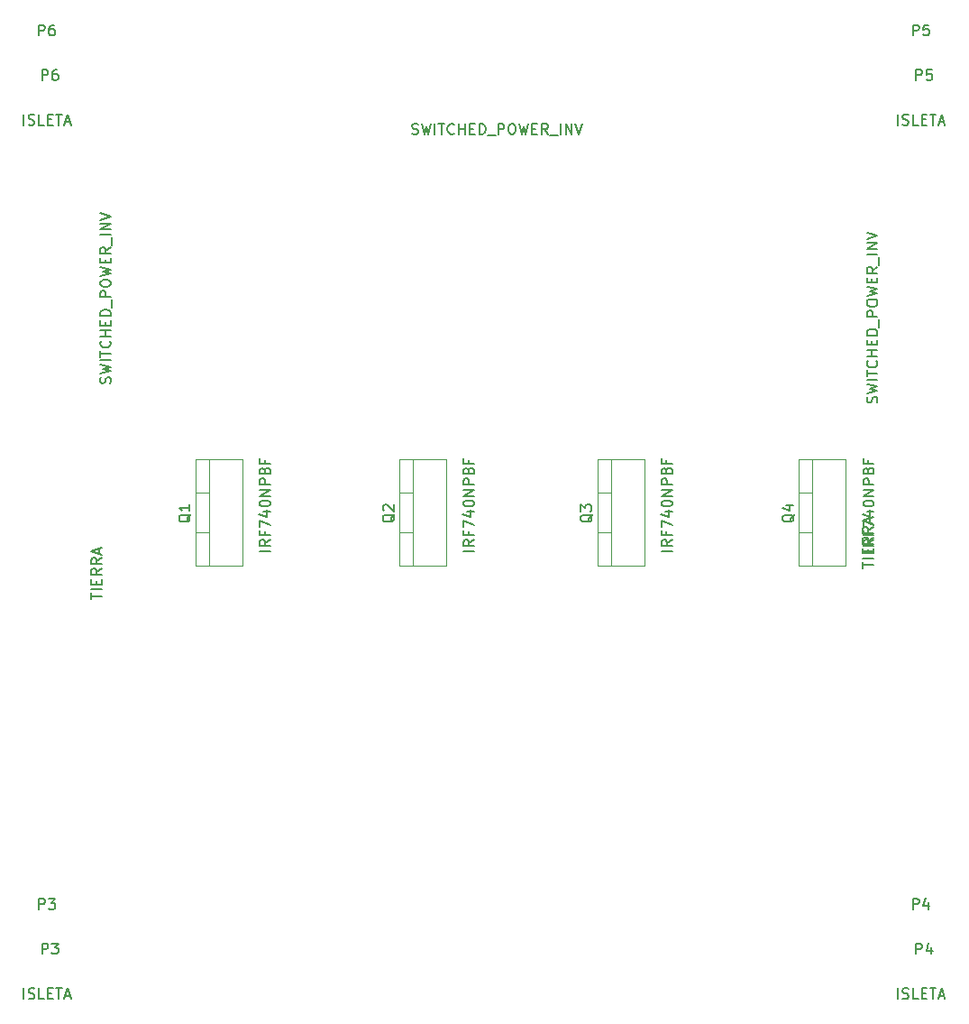
<source format=gbr>
G04 #@! TF.FileFunction,Other,Fab,Top*
%FSLAX46Y46*%
G04 Gerber Fmt 4.6, Leading zero omitted, Abs format (unit mm)*
G04 Created by KiCad (PCBNEW 4.0.2-stable) date 10/05/17 15:38:04*
%MOMM*%
G01*
G04 APERTURE LIST*
%ADD10C,0.100000*%
%ADD11C,0.150000*%
G04 APERTURE END LIST*
D10*
X101466980Y-100484760D02*
X105866980Y-100484760D01*
X105866980Y-100484760D02*
X105866980Y-90484760D01*
X105866980Y-90484760D02*
X101466980Y-90484760D01*
X101466980Y-90484760D02*
X101466980Y-100484760D01*
X102736980Y-100484760D02*
X102736980Y-90484760D01*
X101466980Y-97334760D02*
X102736980Y-97334760D01*
X101466980Y-93634760D02*
X102736980Y-93634760D01*
X120616980Y-100484760D02*
X125016980Y-100484760D01*
X125016980Y-100484760D02*
X125016980Y-90484760D01*
X125016980Y-90484760D02*
X120616980Y-90484760D01*
X120616980Y-90484760D02*
X120616980Y-100484760D01*
X121886980Y-100484760D02*
X121886980Y-90484760D01*
X120616980Y-97334760D02*
X121886980Y-97334760D01*
X120616980Y-93634760D02*
X121886980Y-93634760D01*
X139216980Y-100484760D02*
X143616980Y-100484760D01*
X143616980Y-100484760D02*
X143616980Y-90484760D01*
X143616980Y-90484760D02*
X139216980Y-90484760D01*
X139216980Y-90484760D02*
X139216980Y-100484760D01*
X140486980Y-100484760D02*
X140486980Y-90484760D01*
X139216980Y-97334760D02*
X140486980Y-97334760D01*
X139216980Y-93634760D02*
X140486980Y-93634760D01*
X158166980Y-100484760D02*
X162566980Y-100484760D01*
X162566980Y-100484760D02*
X162566980Y-90484760D01*
X162566980Y-90484760D02*
X158166980Y-90484760D01*
X158166980Y-90484760D02*
X158166980Y-100484760D01*
X159436980Y-100484760D02*
X159436980Y-90484760D01*
X158166980Y-97334760D02*
X159436980Y-97334760D01*
X158166980Y-93634760D02*
X159436980Y-93634760D01*
D11*
X86761905Y-132752381D02*
X86761905Y-131752381D01*
X87142858Y-131752381D01*
X87238096Y-131800000D01*
X87285715Y-131847619D01*
X87333334Y-131942857D01*
X87333334Y-132085714D01*
X87285715Y-132180952D01*
X87238096Y-132228571D01*
X87142858Y-132276190D01*
X86761905Y-132276190D01*
X87666667Y-131752381D02*
X88285715Y-131752381D01*
X87952381Y-132133333D01*
X88095239Y-132133333D01*
X88190477Y-132180952D01*
X88238096Y-132228571D01*
X88285715Y-132323810D01*
X88285715Y-132561905D01*
X88238096Y-132657143D01*
X88190477Y-132704762D01*
X88095239Y-132752381D01*
X87809524Y-132752381D01*
X87714286Y-132704762D01*
X87666667Y-132657143D01*
X85357143Y-141152381D02*
X85357143Y-140152381D01*
X85785714Y-141104762D02*
X85928571Y-141152381D01*
X86166667Y-141152381D01*
X86261905Y-141104762D01*
X86309524Y-141057143D01*
X86357143Y-140961905D01*
X86357143Y-140866667D01*
X86309524Y-140771429D01*
X86261905Y-140723810D01*
X86166667Y-140676190D01*
X85976190Y-140628571D01*
X85880952Y-140580952D01*
X85833333Y-140533333D01*
X85785714Y-140438095D01*
X85785714Y-140342857D01*
X85833333Y-140247619D01*
X85880952Y-140200000D01*
X85976190Y-140152381D01*
X86214286Y-140152381D01*
X86357143Y-140200000D01*
X87261905Y-141152381D02*
X86785714Y-141152381D01*
X86785714Y-140152381D01*
X87595238Y-140628571D02*
X87928572Y-140628571D01*
X88071429Y-141152381D02*
X87595238Y-141152381D01*
X87595238Y-140152381D01*
X88071429Y-140152381D01*
X88357143Y-140152381D02*
X88928572Y-140152381D01*
X88642857Y-141152381D02*
X88642857Y-140152381D01*
X89214286Y-140866667D02*
X89690477Y-140866667D01*
X89119048Y-141152381D02*
X89452381Y-140152381D01*
X89785715Y-141152381D01*
X87061905Y-136952381D02*
X87061905Y-135952381D01*
X87442858Y-135952381D01*
X87538096Y-136000000D01*
X87585715Y-136047619D01*
X87633334Y-136142857D01*
X87633334Y-136285714D01*
X87585715Y-136380952D01*
X87538096Y-136428571D01*
X87442858Y-136476190D01*
X87061905Y-136476190D01*
X87966667Y-135952381D02*
X88585715Y-135952381D01*
X88252381Y-136333333D01*
X88395239Y-136333333D01*
X88490477Y-136380952D01*
X88538096Y-136428571D01*
X88585715Y-136523810D01*
X88585715Y-136761905D01*
X88538096Y-136857143D01*
X88490477Y-136904762D01*
X88395239Y-136952381D01*
X88109524Y-136952381D01*
X88014286Y-136904762D01*
X87966667Y-136857143D01*
X168861905Y-132752381D02*
X168861905Y-131752381D01*
X169242858Y-131752381D01*
X169338096Y-131800000D01*
X169385715Y-131847619D01*
X169433334Y-131942857D01*
X169433334Y-132085714D01*
X169385715Y-132180952D01*
X169338096Y-132228571D01*
X169242858Y-132276190D01*
X168861905Y-132276190D01*
X170290477Y-132085714D02*
X170290477Y-132752381D01*
X170052381Y-131704762D02*
X169814286Y-132419048D01*
X170433334Y-132419048D01*
X167457143Y-141152381D02*
X167457143Y-140152381D01*
X167885714Y-141104762D02*
X168028571Y-141152381D01*
X168266667Y-141152381D01*
X168361905Y-141104762D01*
X168409524Y-141057143D01*
X168457143Y-140961905D01*
X168457143Y-140866667D01*
X168409524Y-140771429D01*
X168361905Y-140723810D01*
X168266667Y-140676190D01*
X168076190Y-140628571D01*
X167980952Y-140580952D01*
X167933333Y-140533333D01*
X167885714Y-140438095D01*
X167885714Y-140342857D01*
X167933333Y-140247619D01*
X167980952Y-140200000D01*
X168076190Y-140152381D01*
X168314286Y-140152381D01*
X168457143Y-140200000D01*
X169361905Y-141152381D02*
X168885714Y-141152381D01*
X168885714Y-140152381D01*
X169695238Y-140628571D02*
X170028572Y-140628571D01*
X170171429Y-141152381D02*
X169695238Y-141152381D01*
X169695238Y-140152381D01*
X170171429Y-140152381D01*
X170457143Y-140152381D02*
X171028572Y-140152381D01*
X170742857Y-141152381D02*
X170742857Y-140152381D01*
X171314286Y-140866667D02*
X171790477Y-140866667D01*
X171219048Y-141152381D02*
X171552381Y-140152381D01*
X171885715Y-141152381D01*
X169161905Y-136952381D02*
X169161905Y-135952381D01*
X169542858Y-135952381D01*
X169638096Y-136000000D01*
X169685715Y-136047619D01*
X169733334Y-136142857D01*
X169733334Y-136285714D01*
X169685715Y-136380952D01*
X169638096Y-136428571D01*
X169542858Y-136476190D01*
X169161905Y-136476190D01*
X170590477Y-136285714D02*
X170590477Y-136952381D01*
X170352381Y-135904762D02*
X170114286Y-136619048D01*
X170733334Y-136619048D01*
X168861905Y-50752381D02*
X168861905Y-49752381D01*
X169242858Y-49752381D01*
X169338096Y-49800000D01*
X169385715Y-49847619D01*
X169433334Y-49942857D01*
X169433334Y-50085714D01*
X169385715Y-50180952D01*
X169338096Y-50228571D01*
X169242858Y-50276190D01*
X168861905Y-50276190D01*
X170338096Y-49752381D02*
X169861905Y-49752381D01*
X169814286Y-50228571D01*
X169861905Y-50180952D01*
X169957143Y-50133333D01*
X170195239Y-50133333D01*
X170290477Y-50180952D01*
X170338096Y-50228571D01*
X170385715Y-50323810D01*
X170385715Y-50561905D01*
X170338096Y-50657143D01*
X170290477Y-50704762D01*
X170195239Y-50752381D01*
X169957143Y-50752381D01*
X169861905Y-50704762D01*
X169814286Y-50657143D01*
X167457143Y-59152381D02*
X167457143Y-58152381D01*
X167885714Y-59104762D02*
X168028571Y-59152381D01*
X168266667Y-59152381D01*
X168361905Y-59104762D01*
X168409524Y-59057143D01*
X168457143Y-58961905D01*
X168457143Y-58866667D01*
X168409524Y-58771429D01*
X168361905Y-58723810D01*
X168266667Y-58676190D01*
X168076190Y-58628571D01*
X167980952Y-58580952D01*
X167933333Y-58533333D01*
X167885714Y-58438095D01*
X167885714Y-58342857D01*
X167933333Y-58247619D01*
X167980952Y-58200000D01*
X168076190Y-58152381D01*
X168314286Y-58152381D01*
X168457143Y-58200000D01*
X169361905Y-59152381D02*
X168885714Y-59152381D01*
X168885714Y-58152381D01*
X169695238Y-58628571D02*
X170028572Y-58628571D01*
X170171429Y-59152381D02*
X169695238Y-59152381D01*
X169695238Y-58152381D01*
X170171429Y-58152381D01*
X170457143Y-58152381D02*
X171028572Y-58152381D01*
X170742857Y-59152381D02*
X170742857Y-58152381D01*
X171314286Y-58866667D02*
X171790477Y-58866667D01*
X171219048Y-59152381D02*
X171552381Y-58152381D01*
X171885715Y-59152381D01*
X169161905Y-54952381D02*
X169161905Y-53952381D01*
X169542858Y-53952381D01*
X169638096Y-54000000D01*
X169685715Y-54047619D01*
X169733334Y-54142857D01*
X169733334Y-54285714D01*
X169685715Y-54380952D01*
X169638096Y-54428571D01*
X169542858Y-54476190D01*
X169161905Y-54476190D01*
X170638096Y-53952381D02*
X170161905Y-53952381D01*
X170114286Y-54428571D01*
X170161905Y-54380952D01*
X170257143Y-54333333D01*
X170495239Y-54333333D01*
X170590477Y-54380952D01*
X170638096Y-54428571D01*
X170685715Y-54523810D01*
X170685715Y-54761905D01*
X170638096Y-54857143D01*
X170590477Y-54904762D01*
X170495239Y-54952381D01*
X170257143Y-54952381D01*
X170161905Y-54904762D01*
X170114286Y-54857143D01*
X86761905Y-50752381D02*
X86761905Y-49752381D01*
X87142858Y-49752381D01*
X87238096Y-49800000D01*
X87285715Y-49847619D01*
X87333334Y-49942857D01*
X87333334Y-50085714D01*
X87285715Y-50180952D01*
X87238096Y-50228571D01*
X87142858Y-50276190D01*
X86761905Y-50276190D01*
X88190477Y-49752381D02*
X88000000Y-49752381D01*
X87904762Y-49800000D01*
X87857143Y-49847619D01*
X87761905Y-49990476D01*
X87714286Y-50180952D01*
X87714286Y-50561905D01*
X87761905Y-50657143D01*
X87809524Y-50704762D01*
X87904762Y-50752381D01*
X88095239Y-50752381D01*
X88190477Y-50704762D01*
X88238096Y-50657143D01*
X88285715Y-50561905D01*
X88285715Y-50323810D01*
X88238096Y-50228571D01*
X88190477Y-50180952D01*
X88095239Y-50133333D01*
X87904762Y-50133333D01*
X87809524Y-50180952D01*
X87761905Y-50228571D01*
X87714286Y-50323810D01*
X85357143Y-59152381D02*
X85357143Y-58152381D01*
X85785714Y-59104762D02*
X85928571Y-59152381D01*
X86166667Y-59152381D01*
X86261905Y-59104762D01*
X86309524Y-59057143D01*
X86357143Y-58961905D01*
X86357143Y-58866667D01*
X86309524Y-58771429D01*
X86261905Y-58723810D01*
X86166667Y-58676190D01*
X85976190Y-58628571D01*
X85880952Y-58580952D01*
X85833333Y-58533333D01*
X85785714Y-58438095D01*
X85785714Y-58342857D01*
X85833333Y-58247619D01*
X85880952Y-58200000D01*
X85976190Y-58152381D01*
X86214286Y-58152381D01*
X86357143Y-58200000D01*
X87261905Y-59152381D02*
X86785714Y-59152381D01*
X86785714Y-58152381D01*
X87595238Y-58628571D02*
X87928572Y-58628571D01*
X88071429Y-59152381D02*
X87595238Y-59152381D01*
X87595238Y-58152381D01*
X88071429Y-58152381D01*
X88357143Y-58152381D02*
X88928572Y-58152381D01*
X88642857Y-59152381D02*
X88642857Y-58152381D01*
X89214286Y-58866667D02*
X89690477Y-58866667D01*
X89119048Y-59152381D02*
X89452381Y-58152381D01*
X89785715Y-59152381D01*
X87061905Y-54952381D02*
X87061905Y-53952381D01*
X87442858Y-53952381D01*
X87538096Y-54000000D01*
X87585715Y-54047619D01*
X87633334Y-54142857D01*
X87633334Y-54285714D01*
X87585715Y-54380952D01*
X87538096Y-54428571D01*
X87442858Y-54476190D01*
X87061905Y-54476190D01*
X88490477Y-53952381D02*
X88300000Y-53952381D01*
X88204762Y-54000000D01*
X88157143Y-54047619D01*
X88061905Y-54190476D01*
X88014286Y-54380952D01*
X88014286Y-54761905D01*
X88061905Y-54857143D01*
X88109524Y-54904762D01*
X88204762Y-54952381D01*
X88395239Y-54952381D01*
X88490477Y-54904762D01*
X88538096Y-54857143D01*
X88585715Y-54761905D01*
X88585715Y-54523810D01*
X88538096Y-54428571D01*
X88490477Y-54380952D01*
X88395239Y-54333333D01*
X88204762Y-54333333D01*
X88109524Y-54380952D01*
X88061905Y-54428571D01*
X88014286Y-54523810D01*
X164132381Y-100724762D02*
X164132381Y-100153333D01*
X165132381Y-100439048D02*
X164132381Y-100439048D01*
X165132381Y-99820000D02*
X164132381Y-99820000D01*
X164608571Y-99343810D02*
X164608571Y-99010476D01*
X165132381Y-98867619D02*
X165132381Y-99343810D01*
X164132381Y-99343810D01*
X164132381Y-98867619D01*
X165132381Y-97867619D02*
X164656190Y-98200953D01*
X165132381Y-98439048D02*
X164132381Y-98439048D01*
X164132381Y-98058095D01*
X164180000Y-97962857D01*
X164227619Y-97915238D01*
X164322857Y-97867619D01*
X164465714Y-97867619D01*
X164560952Y-97915238D01*
X164608571Y-97962857D01*
X164656190Y-98058095D01*
X164656190Y-98439048D01*
X165132381Y-96867619D02*
X164656190Y-97200953D01*
X165132381Y-97439048D02*
X164132381Y-97439048D01*
X164132381Y-97058095D01*
X164180000Y-96962857D01*
X164227619Y-96915238D01*
X164322857Y-96867619D01*
X164465714Y-96867619D01*
X164560952Y-96915238D01*
X164608571Y-96962857D01*
X164656190Y-97058095D01*
X164656190Y-97439048D01*
X164846667Y-96486667D02*
X164846667Y-96010476D01*
X165132381Y-96581905D02*
X164132381Y-96248572D01*
X165132381Y-95915238D01*
X121817619Y-59974762D02*
X121960476Y-60022381D01*
X122198572Y-60022381D01*
X122293810Y-59974762D01*
X122341429Y-59927143D01*
X122389048Y-59831905D01*
X122389048Y-59736667D01*
X122341429Y-59641429D01*
X122293810Y-59593810D01*
X122198572Y-59546190D01*
X122008095Y-59498571D01*
X121912857Y-59450952D01*
X121865238Y-59403333D01*
X121817619Y-59308095D01*
X121817619Y-59212857D01*
X121865238Y-59117619D01*
X121912857Y-59070000D01*
X122008095Y-59022381D01*
X122246191Y-59022381D01*
X122389048Y-59070000D01*
X122722381Y-59022381D02*
X122960476Y-60022381D01*
X123150953Y-59308095D01*
X123341429Y-60022381D01*
X123579524Y-59022381D01*
X123960476Y-60022381D02*
X123960476Y-59022381D01*
X124293809Y-59022381D02*
X124865238Y-59022381D01*
X124579523Y-60022381D02*
X124579523Y-59022381D01*
X125770000Y-59927143D02*
X125722381Y-59974762D01*
X125579524Y-60022381D01*
X125484286Y-60022381D01*
X125341428Y-59974762D01*
X125246190Y-59879524D01*
X125198571Y-59784286D01*
X125150952Y-59593810D01*
X125150952Y-59450952D01*
X125198571Y-59260476D01*
X125246190Y-59165238D01*
X125341428Y-59070000D01*
X125484286Y-59022381D01*
X125579524Y-59022381D01*
X125722381Y-59070000D01*
X125770000Y-59117619D01*
X126198571Y-60022381D02*
X126198571Y-59022381D01*
X126198571Y-59498571D02*
X126770000Y-59498571D01*
X126770000Y-60022381D02*
X126770000Y-59022381D01*
X127246190Y-59498571D02*
X127579524Y-59498571D01*
X127722381Y-60022381D02*
X127246190Y-60022381D01*
X127246190Y-59022381D01*
X127722381Y-59022381D01*
X128150952Y-60022381D02*
X128150952Y-59022381D01*
X128389047Y-59022381D01*
X128531905Y-59070000D01*
X128627143Y-59165238D01*
X128674762Y-59260476D01*
X128722381Y-59450952D01*
X128722381Y-59593810D01*
X128674762Y-59784286D01*
X128627143Y-59879524D01*
X128531905Y-59974762D01*
X128389047Y-60022381D01*
X128150952Y-60022381D01*
X128912857Y-60117619D02*
X129674762Y-60117619D01*
X129912857Y-60022381D02*
X129912857Y-59022381D01*
X130293810Y-59022381D01*
X130389048Y-59070000D01*
X130436667Y-59117619D01*
X130484286Y-59212857D01*
X130484286Y-59355714D01*
X130436667Y-59450952D01*
X130389048Y-59498571D01*
X130293810Y-59546190D01*
X129912857Y-59546190D01*
X131103333Y-59022381D02*
X131293810Y-59022381D01*
X131389048Y-59070000D01*
X131484286Y-59165238D01*
X131531905Y-59355714D01*
X131531905Y-59689048D01*
X131484286Y-59879524D01*
X131389048Y-59974762D01*
X131293810Y-60022381D01*
X131103333Y-60022381D01*
X131008095Y-59974762D01*
X130912857Y-59879524D01*
X130865238Y-59689048D01*
X130865238Y-59355714D01*
X130912857Y-59165238D01*
X131008095Y-59070000D01*
X131103333Y-59022381D01*
X131865238Y-59022381D02*
X132103333Y-60022381D01*
X132293810Y-59308095D01*
X132484286Y-60022381D01*
X132722381Y-59022381D01*
X133103333Y-59498571D02*
X133436667Y-59498571D01*
X133579524Y-60022381D02*
X133103333Y-60022381D01*
X133103333Y-59022381D01*
X133579524Y-59022381D01*
X134579524Y-60022381D02*
X134246190Y-59546190D01*
X134008095Y-60022381D02*
X134008095Y-59022381D01*
X134389048Y-59022381D01*
X134484286Y-59070000D01*
X134531905Y-59117619D01*
X134579524Y-59212857D01*
X134579524Y-59355714D01*
X134531905Y-59450952D01*
X134484286Y-59498571D01*
X134389048Y-59546190D01*
X134008095Y-59546190D01*
X134770000Y-60117619D02*
X135531905Y-60117619D01*
X135770000Y-60022381D02*
X135770000Y-59022381D01*
X136246190Y-60022381D02*
X136246190Y-59022381D01*
X136817619Y-60022381D01*
X136817619Y-59022381D01*
X137150952Y-59022381D02*
X137484285Y-60022381D01*
X137817619Y-59022381D01*
X165484762Y-85222381D02*
X165532381Y-85079524D01*
X165532381Y-84841428D01*
X165484762Y-84746190D01*
X165437143Y-84698571D01*
X165341905Y-84650952D01*
X165246667Y-84650952D01*
X165151429Y-84698571D01*
X165103810Y-84746190D01*
X165056190Y-84841428D01*
X165008571Y-85031905D01*
X164960952Y-85127143D01*
X164913333Y-85174762D01*
X164818095Y-85222381D01*
X164722857Y-85222381D01*
X164627619Y-85174762D01*
X164580000Y-85127143D01*
X164532381Y-85031905D01*
X164532381Y-84793809D01*
X164580000Y-84650952D01*
X164532381Y-84317619D02*
X165532381Y-84079524D01*
X164818095Y-83889047D01*
X165532381Y-83698571D01*
X164532381Y-83460476D01*
X165532381Y-83079524D02*
X164532381Y-83079524D01*
X164532381Y-82746191D02*
X164532381Y-82174762D01*
X165532381Y-82460477D02*
X164532381Y-82460477D01*
X165437143Y-81270000D02*
X165484762Y-81317619D01*
X165532381Y-81460476D01*
X165532381Y-81555714D01*
X165484762Y-81698572D01*
X165389524Y-81793810D01*
X165294286Y-81841429D01*
X165103810Y-81889048D01*
X164960952Y-81889048D01*
X164770476Y-81841429D01*
X164675238Y-81793810D01*
X164580000Y-81698572D01*
X164532381Y-81555714D01*
X164532381Y-81460476D01*
X164580000Y-81317619D01*
X164627619Y-81270000D01*
X165532381Y-80841429D02*
X164532381Y-80841429D01*
X165008571Y-80841429D02*
X165008571Y-80270000D01*
X165532381Y-80270000D02*
X164532381Y-80270000D01*
X165008571Y-79793810D02*
X165008571Y-79460476D01*
X165532381Y-79317619D02*
X165532381Y-79793810D01*
X164532381Y-79793810D01*
X164532381Y-79317619D01*
X165532381Y-78889048D02*
X164532381Y-78889048D01*
X164532381Y-78650953D01*
X164580000Y-78508095D01*
X164675238Y-78412857D01*
X164770476Y-78365238D01*
X164960952Y-78317619D01*
X165103810Y-78317619D01*
X165294286Y-78365238D01*
X165389524Y-78412857D01*
X165484762Y-78508095D01*
X165532381Y-78650953D01*
X165532381Y-78889048D01*
X165627619Y-78127143D02*
X165627619Y-77365238D01*
X165532381Y-77127143D02*
X164532381Y-77127143D01*
X164532381Y-76746190D01*
X164580000Y-76650952D01*
X164627619Y-76603333D01*
X164722857Y-76555714D01*
X164865714Y-76555714D01*
X164960952Y-76603333D01*
X165008571Y-76650952D01*
X165056190Y-76746190D01*
X165056190Y-77127143D01*
X164532381Y-75936667D02*
X164532381Y-75746190D01*
X164580000Y-75650952D01*
X164675238Y-75555714D01*
X164865714Y-75508095D01*
X165199048Y-75508095D01*
X165389524Y-75555714D01*
X165484762Y-75650952D01*
X165532381Y-75746190D01*
X165532381Y-75936667D01*
X165484762Y-76031905D01*
X165389524Y-76127143D01*
X165199048Y-76174762D01*
X164865714Y-76174762D01*
X164675238Y-76127143D01*
X164580000Y-76031905D01*
X164532381Y-75936667D01*
X164532381Y-75174762D02*
X165532381Y-74936667D01*
X164818095Y-74746190D01*
X165532381Y-74555714D01*
X164532381Y-74317619D01*
X165008571Y-73936667D02*
X165008571Y-73603333D01*
X165532381Y-73460476D02*
X165532381Y-73936667D01*
X164532381Y-73936667D01*
X164532381Y-73460476D01*
X165532381Y-72460476D02*
X165056190Y-72793810D01*
X165532381Y-73031905D02*
X164532381Y-73031905D01*
X164532381Y-72650952D01*
X164580000Y-72555714D01*
X164627619Y-72508095D01*
X164722857Y-72460476D01*
X164865714Y-72460476D01*
X164960952Y-72508095D01*
X165008571Y-72555714D01*
X165056190Y-72650952D01*
X165056190Y-73031905D01*
X165627619Y-72270000D02*
X165627619Y-71508095D01*
X165532381Y-71270000D02*
X164532381Y-71270000D01*
X165532381Y-70793810D02*
X164532381Y-70793810D01*
X165532381Y-70222381D01*
X164532381Y-70222381D01*
X164532381Y-69889048D02*
X165532381Y-69555715D01*
X164532381Y-69222381D01*
X93474762Y-83382381D02*
X93522381Y-83239524D01*
X93522381Y-83001428D01*
X93474762Y-82906190D01*
X93427143Y-82858571D01*
X93331905Y-82810952D01*
X93236667Y-82810952D01*
X93141429Y-82858571D01*
X93093810Y-82906190D01*
X93046190Y-83001428D01*
X92998571Y-83191905D01*
X92950952Y-83287143D01*
X92903333Y-83334762D01*
X92808095Y-83382381D01*
X92712857Y-83382381D01*
X92617619Y-83334762D01*
X92570000Y-83287143D01*
X92522381Y-83191905D01*
X92522381Y-82953809D01*
X92570000Y-82810952D01*
X92522381Y-82477619D02*
X93522381Y-82239524D01*
X92808095Y-82049047D01*
X93522381Y-81858571D01*
X92522381Y-81620476D01*
X93522381Y-81239524D02*
X92522381Y-81239524D01*
X92522381Y-80906191D02*
X92522381Y-80334762D01*
X93522381Y-80620477D02*
X92522381Y-80620477D01*
X93427143Y-79430000D02*
X93474762Y-79477619D01*
X93522381Y-79620476D01*
X93522381Y-79715714D01*
X93474762Y-79858572D01*
X93379524Y-79953810D01*
X93284286Y-80001429D01*
X93093810Y-80049048D01*
X92950952Y-80049048D01*
X92760476Y-80001429D01*
X92665238Y-79953810D01*
X92570000Y-79858572D01*
X92522381Y-79715714D01*
X92522381Y-79620476D01*
X92570000Y-79477619D01*
X92617619Y-79430000D01*
X93522381Y-79001429D02*
X92522381Y-79001429D01*
X92998571Y-79001429D02*
X92998571Y-78430000D01*
X93522381Y-78430000D02*
X92522381Y-78430000D01*
X92998571Y-77953810D02*
X92998571Y-77620476D01*
X93522381Y-77477619D02*
X93522381Y-77953810D01*
X92522381Y-77953810D01*
X92522381Y-77477619D01*
X93522381Y-77049048D02*
X92522381Y-77049048D01*
X92522381Y-76810953D01*
X92570000Y-76668095D01*
X92665238Y-76572857D01*
X92760476Y-76525238D01*
X92950952Y-76477619D01*
X93093810Y-76477619D01*
X93284286Y-76525238D01*
X93379524Y-76572857D01*
X93474762Y-76668095D01*
X93522381Y-76810953D01*
X93522381Y-77049048D01*
X93617619Y-76287143D02*
X93617619Y-75525238D01*
X93522381Y-75287143D02*
X92522381Y-75287143D01*
X92522381Y-74906190D01*
X92570000Y-74810952D01*
X92617619Y-74763333D01*
X92712857Y-74715714D01*
X92855714Y-74715714D01*
X92950952Y-74763333D01*
X92998571Y-74810952D01*
X93046190Y-74906190D01*
X93046190Y-75287143D01*
X92522381Y-74096667D02*
X92522381Y-73906190D01*
X92570000Y-73810952D01*
X92665238Y-73715714D01*
X92855714Y-73668095D01*
X93189048Y-73668095D01*
X93379524Y-73715714D01*
X93474762Y-73810952D01*
X93522381Y-73906190D01*
X93522381Y-74096667D01*
X93474762Y-74191905D01*
X93379524Y-74287143D01*
X93189048Y-74334762D01*
X92855714Y-74334762D01*
X92665238Y-74287143D01*
X92570000Y-74191905D01*
X92522381Y-74096667D01*
X92522381Y-73334762D02*
X93522381Y-73096667D01*
X92808095Y-72906190D01*
X93522381Y-72715714D01*
X92522381Y-72477619D01*
X92998571Y-72096667D02*
X92998571Y-71763333D01*
X93522381Y-71620476D02*
X93522381Y-72096667D01*
X92522381Y-72096667D01*
X92522381Y-71620476D01*
X93522381Y-70620476D02*
X93046190Y-70953810D01*
X93522381Y-71191905D02*
X92522381Y-71191905D01*
X92522381Y-70810952D01*
X92570000Y-70715714D01*
X92617619Y-70668095D01*
X92712857Y-70620476D01*
X92855714Y-70620476D01*
X92950952Y-70668095D01*
X92998571Y-70715714D01*
X93046190Y-70810952D01*
X93046190Y-71191905D01*
X93617619Y-70430000D02*
X93617619Y-69668095D01*
X93522381Y-69430000D02*
X92522381Y-69430000D01*
X93522381Y-68953810D02*
X92522381Y-68953810D01*
X93522381Y-68382381D01*
X92522381Y-68382381D01*
X92522381Y-68049048D02*
X93522381Y-67715715D01*
X92522381Y-67382381D01*
X91672381Y-103634762D02*
X91672381Y-103063333D01*
X92672381Y-103349048D02*
X91672381Y-103349048D01*
X92672381Y-102730000D02*
X91672381Y-102730000D01*
X92148571Y-102253810D02*
X92148571Y-101920476D01*
X92672381Y-101777619D02*
X92672381Y-102253810D01*
X91672381Y-102253810D01*
X91672381Y-101777619D01*
X92672381Y-100777619D02*
X92196190Y-101110953D01*
X92672381Y-101349048D02*
X91672381Y-101349048D01*
X91672381Y-100968095D01*
X91720000Y-100872857D01*
X91767619Y-100825238D01*
X91862857Y-100777619D01*
X92005714Y-100777619D01*
X92100952Y-100825238D01*
X92148571Y-100872857D01*
X92196190Y-100968095D01*
X92196190Y-101349048D01*
X92672381Y-99777619D02*
X92196190Y-100110953D01*
X92672381Y-100349048D02*
X91672381Y-100349048D01*
X91672381Y-99968095D01*
X91720000Y-99872857D01*
X91767619Y-99825238D01*
X91862857Y-99777619D01*
X92005714Y-99777619D01*
X92100952Y-99825238D01*
X92148571Y-99872857D01*
X92196190Y-99968095D01*
X92196190Y-100349048D01*
X92386667Y-99396667D02*
X92386667Y-98920476D01*
X92672381Y-99491905D02*
X91672381Y-99158572D01*
X92672381Y-98825238D01*
X108488441Y-99138964D02*
X107488441Y-99138964D01*
X108488441Y-98091345D02*
X108012250Y-98424679D01*
X108488441Y-98662774D02*
X107488441Y-98662774D01*
X107488441Y-98281821D01*
X107536060Y-98186583D01*
X107583679Y-98138964D01*
X107678917Y-98091345D01*
X107821774Y-98091345D01*
X107917012Y-98138964D01*
X107964631Y-98186583D01*
X108012250Y-98281821D01*
X108012250Y-98662774D01*
X107964631Y-97329440D02*
X107964631Y-97662774D01*
X108488441Y-97662774D02*
X107488441Y-97662774D01*
X107488441Y-97186583D01*
X107488441Y-96900869D02*
X107488441Y-96234202D01*
X108488441Y-96662774D01*
X107821774Y-95424678D02*
X108488441Y-95424678D01*
X107440822Y-95662774D02*
X108155108Y-95900869D01*
X108155108Y-95281821D01*
X107488441Y-94710393D02*
X107488441Y-94615154D01*
X107536060Y-94519916D01*
X107583679Y-94472297D01*
X107678917Y-94424678D01*
X107869393Y-94377059D01*
X108107489Y-94377059D01*
X108297965Y-94424678D01*
X108393203Y-94472297D01*
X108440822Y-94519916D01*
X108488441Y-94615154D01*
X108488441Y-94710393D01*
X108440822Y-94805631D01*
X108393203Y-94853250D01*
X108297965Y-94900869D01*
X108107489Y-94948488D01*
X107869393Y-94948488D01*
X107678917Y-94900869D01*
X107583679Y-94853250D01*
X107536060Y-94805631D01*
X107488441Y-94710393D01*
X108488441Y-93948488D02*
X107488441Y-93948488D01*
X108488441Y-93377059D01*
X107488441Y-93377059D01*
X108488441Y-92900869D02*
X107488441Y-92900869D01*
X107488441Y-92519916D01*
X107536060Y-92424678D01*
X107583679Y-92377059D01*
X107678917Y-92329440D01*
X107821774Y-92329440D01*
X107917012Y-92377059D01*
X107964631Y-92424678D01*
X108012250Y-92519916D01*
X108012250Y-92900869D01*
X107964631Y-91567535D02*
X108012250Y-91424678D01*
X108059870Y-91377059D01*
X108155108Y-91329440D01*
X108297965Y-91329440D01*
X108393203Y-91377059D01*
X108440822Y-91424678D01*
X108488441Y-91519916D01*
X108488441Y-91900869D01*
X107488441Y-91900869D01*
X107488441Y-91567535D01*
X107536060Y-91472297D01*
X107583679Y-91424678D01*
X107678917Y-91377059D01*
X107774155Y-91377059D01*
X107869393Y-91424678D01*
X107917012Y-91472297D01*
X107964631Y-91567535D01*
X107964631Y-91900869D01*
X107964631Y-90567535D02*
X107964631Y-90900869D01*
X108488441Y-90900869D02*
X107488441Y-90900869D01*
X107488441Y-90424678D01*
X101026679Y-95676518D02*
X100979060Y-95771756D01*
X100883822Y-95866994D01*
X100740965Y-96009851D01*
X100693346Y-96105090D01*
X100693346Y-96200328D01*
X100931441Y-96152709D02*
X100883822Y-96247947D01*
X100788584Y-96343185D01*
X100598108Y-96390804D01*
X100264774Y-96390804D01*
X100074298Y-96343185D01*
X99979060Y-96247947D01*
X99931441Y-96152709D01*
X99931441Y-95962232D01*
X99979060Y-95866994D01*
X100074298Y-95771756D01*
X100264774Y-95724137D01*
X100598108Y-95724137D01*
X100788584Y-95771756D01*
X100883822Y-95866994D01*
X100931441Y-95962232D01*
X100931441Y-96152709D01*
X100931441Y-94771756D02*
X100931441Y-95343185D01*
X100931441Y-95057471D02*
X99931441Y-95057471D01*
X100074298Y-95152709D01*
X100169536Y-95247947D01*
X100217155Y-95343185D01*
X127638441Y-99138964D02*
X126638441Y-99138964D01*
X127638441Y-98091345D02*
X127162250Y-98424679D01*
X127638441Y-98662774D02*
X126638441Y-98662774D01*
X126638441Y-98281821D01*
X126686060Y-98186583D01*
X126733679Y-98138964D01*
X126828917Y-98091345D01*
X126971774Y-98091345D01*
X127067012Y-98138964D01*
X127114631Y-98186583D01*
X127162250Y-98281821D01*
X127162250Y-98662774D01*
X127114631Y-97329440D02*
X127114631Y-97662774D01*
X127638441Y-97662774D02*
X126638441Y-97662774D01*
X126638441Y-97186583D01*
X126638441Y-96900869D02*
X126638441Y-96234202D01*
X127638441Y-96662774D01*
X126971774Y-95424678D02*
X127638441Y-95424678D01*
X126590822Y-95662774D02*
X127305108Y-95900869D01*
X127305108Y-95281821D01*
X126638441Y-94710393D02*
X126638441Y-94615154D01*
X126686060Y-94519916D01*
X126733679Y-94472297D01*
X126828917Y-94424678D01*
X127019393Y-94377059D01*
X127257489Y-94377059D01*
X127447965Y-94424678D01*
X127543203Y-94472297D01*
X127590822Y-94519916D01*
X127638441Y-94615154D01*
X127638441Y-94710393D01*
X127590822Y-94805631D01*
X127543203Y-94853250D01*
X127447965Y-94900869D01*
X127257489Y-94948488D01*
X127019393Y-94948488D01*
X126828917Y-94900869D01*
X126733679Y-94853250D01*
X126686060Y-94805631D01*
X126638441Y-94710393D01*
X127638441Y-93948488D02*
X126638441Y-93948488D01*
X127638441Y-93377059D01*
X126638441Y-93377059D01*
X127638441Y-92900869D02*
X126638441Y-92900869D01*
X126638441Y-92519916D01*
X126686060Y-92424678D01*
X126733679Y-92377059D01*
X126828917Y-92329440D01*
X126971774Y-92329440D01*
X127067012Y-92377059D01*
X127114631Y-92424678D01*
X127162250Y-92519916D01*
X127162250Y-92900869D01*
X127114631Y-91567535D02*
X127162250Y-91424678D01*
X127209870Y-91377059D01*
X127305108Y-91329440D01*
X127447965Y-91329440D01*
X127543203Y-91377059D01*
X127590822Y-91424678D01*
X127638441Y-91519916D01*
X127638441Y-91900869D01*
X126638441Y-91900869D01*
X126638441Y-91567535D01*
X126686060Y-91472297D01*
X126733679Y-91424678D01*
X126828917Y-91377059D01*
X126924155Y-91377059D01*
X127019393Y-91424678D01*
X127067012Y-91472297D01*
X127114631Y-91567535D01*
X127114631Y-91900869D01*
X127114631Y-90567535D02*
X127114631Y-90900869D01*
X127638441Y-90900869D02*
X126638441Y-90900869D01*
X126638441Y-90424678D01*
X120176679Y-95676518D02*
X120129060Y-95771756D01*
X120033822Y-95866994D01*
X119890965Y-96009851D01*
X119843346Y-96105090D01*
X119843346Y-96200328D01*
X120081441Y-96152709D02*
X120033822Y-96247947D01*
X119938584Y-96343185D01*
X119748108Y-96390804D01*
X119414774Y-96390804D01*
X119224298Y-96343185D01*
X119129060Y-96247947D01*
X119081441Y-96152709D01*
X119081441Y-95962232D01*
X119129060Y-95866994D01*
X119224298Y-95771756D01*
X119414774Y-95724137D01*
X119748108Y-95724137D01*
X119938584Y-95771756D01*
X120033822Y-95866994D01*
X120081441Y-95962232D01*
X120081441Y-96152709D01*
X119176679Y-95343185D02*
X119129060Y-95295566D01*
X119081441Y-95200328D01*
X119081441Y-94962232D01*
X119129060Y-94866994D01*
X119176679Y-94819375D01*
X119271917Y-94771756D01*
X119367155Y-94771756D01*
X119510012Y-94819375D01*
X120081441Y-95390804D01*
X120081441Y-94771756D01*
X146238441Y-99138964D02*
X145238441Y-99138964D01*
X146238441Y-98091345D02*
X145762250Y-98424679D01*
X146238441Y-98662774D02*
X145238441Y-98662774D01*
X145238441Y-98281821D01*
X145286060Y-98186583D01*
X145333679Y-98138964D01*
X145428917Y-98091345D01*
X145571774Y-98091345D01*
X145667012Y-98138964D01*
X145714631Y-98186583D01*
X145762250Y-98281821D01*
X145762250Y-98662774D01*
X145714631Y-97329440D02*
X145714631Y-97662774D01*
X146238441Y-97662774D02*
X145238441Y-97662774D01*
X145238441Y-97186583D01*
X145238441Y-96900869D02*
X145238441Y-96234202D01*
X146238441Y-96662774D01*
X145571774Y-95424678D02*
X146238441Y-95424678D01*
X145190822Y-95662774D02*
X145905108Y-95900869D01*
X145905108Y-95281821D01*
X145238441Y-94710393D02*
X145238441Y-94615154D01*
X145286060Y-94519916D01*
X145333679Y-94472297D01*
X145428917Y-94424678D01*
X145619393Y-94377059D01*
X145857489Y-94377059D01*
X146047965Y-94424678D01*
X146143203Y-94472297D01*
X146190822Y-94519916D01*
X146238441Y-94615154D01*
X146238441Y-94710393D01*
X146190822Y-94805631D01*
X146143203Y-94853250D01*
X146047965Y-94900869D01*
X145857489Y-94948488D01*
X145619393Y-94948488D01*
X145428917Y-94900869D01*
X145333679Y-94853250D01*
X145286060Y-94805631D01*
X145238441Y-94710393D01*
X146238441Y-93948488D02*
X145238441Y-93948488D01*
X146238441Y-93377059D01*
X145238441Y-93377059D01*
X146238441Y-92900869D02*
X145238441Y-92900869D01*
X145238441Y-92519916D01*
X145286060Y-92424678D01*
X145333679Y-92377059D01*
X145428917Y-92329440D01*
X145571774Y-92329440D01*
X145667012Y-92377059D01*
X145714631Y-92424678D01*
X145762250Y-92519916D01*
X145762250Y-92900869D01*
X145714631Y-91567535D02*
X145762250Y-91424678D01*
X145809870Y-91377059D01*
X145905108Y-91329440D01*
X146047965Y-91329440D01*
X146143203Y-91377059D01*
X146190822Y-91424678D01*
X146238441Y-91519916D01*
X146238441Y-91900869D01*
X145238441Y-91900869D01*
X145238441Y-91567535D01*
X145286060Y-91472297D01*
X145333679Y-91424678D01*
X145428917Y-91377059D01*
X145524155Y-91377059D01*
X145619393Y-91424678D01*
X145667012Y-91472297D01*
X145714631Y-91567535D01*
X145714631Y-91900869D01*
X145714631Y-90567535D02*
X145714631Y-90900869D01*
X146238441Y-90900869D02*
X145238441Y-90900869D01*
X145238441Y-90424678D01*
X138776679Y-95676518D02*
X138729060Y-95771756D01*
X138633822Y-95866994D01*
X138490965Y-96009851D01*
X138443346Y-96105090D01*
X138443346Y-96200328D01*
X138681441Y-96152709D02*
X138633822Y-96247947D01*
X138538584Y-96343185D01*
X138348108Y-96390804D01*
X138014774Y-96390804D01*
X137824298Y-96343185D01*
X137729060Y-96247947D01*
X137681441Y-96152709D01*
X137681441Y-95962232D01*
X137729060Y-95866994D01*
X137824298Y-95771756D01*
X138014774Y-95724137D01*
X138348108Y-95724137D01*
X138538584Y-95771756D01*
X138633822Y-95866994D01*
X138681441Y-95962232D01*
X138681441Y-96152709D01*
X137681441Y-95390804D02*
X137681441Y-94771756D01*
X138062393Y-95105090D01*
X138062393Y-94962232D01*
X138110012Y-94866994D01*
X138157631Y-94819375D01*
X138252870Y-94771756D01*
X138490965Y-94771756D01*
X138586203Y-94819375D01*
X138633822Y-94866994D01*
X138681441Y-94962232D01*
X138681441Y-95247947D01*
X138633822Y-95343185D01*
X138586203Y-95390804D01*
X165188441Y-99138964D02*
X164188441Y-99138964D01*
X165188441Y-98091345D02*
X164712250Y-98424679D01*
X165188441Y-98662774D02*
X164188441Y-98662774D01*
X164188441Y-98281821D01*
X164236060Y-98186583D01*
X164283679Y-98138964D01*
X164378917Y-98091345D01*
X164521774Y-98091345D01*
X164617012Y-98138964D01*
X164664631Y-98186583D01*
X164712250Y-98281821D01*
X164712250Y-98662774D01*
X164664631Y-97329440D02*
X164664631Y-97662774D01*
X165188441Y-97662774D02*
X164188441Y-97662774D01*
X164188441Y-97186583D01*
X164188441Y-96900869D02*
X164188441Y-96234202D01*
X165188441Y-96662774D01*
X164521774Y-95424678D02*
X165188441Y-95424678D01*
X164140822Y-95662774D02*
X164855108Y-95900869D01*
X164855108Y-95281821D01*
X164188441Y-94710393D02*
X164188441Y-94615154D01*
X164236060Y-94519916D01*
X164283679Y-94472297D01*
X164378917Y-94424678D01*
X164569393Y-94377059D01*
X164807489Y-94377059D01*
X164997965Y-94424678D01*
X165093203Y-94472297D01*
X165140822Y-94519916D01*
X165188441Y-94615154D01*
X165188441Y-94710393D01*
X165140822Y-94805631D01*
X165093203Y-94853250D01*
X164997965Y-94900869D01*
X164807489Y-94948488D01*
X164569393Y-94948488D01*
X164378917Y-94900869D01*
X164283679Y-94853250D01*
X164236060Y-94805631D01*
X164188441Y-94710393D01*
X165188441Y-93948488D02*
X164188441Y-93948488D01*
X165188441Y-93377059D01*
X164188441Y-93377059D01*
X165188441Y-92900869D02*
X164188441Y-92900869D01*
X164188441Y-92519916D01*
X164236060Y-92424678D01*
X164283679Y-92377059D01*
X164378917Y-92329440D01*
X164521774Y-92329440D01*
X164617012Y-92377059D01*
X164664631Y-92424678D01*
X164712250Y-92519916D01*
X164712250Y-92900869D01*
X164664631Y-91567535D02*
X164712250Y-91424678D01*
X164759870Y-91377059D01*
X164855108Y-91329440D01*
X164997965Y-91329440D01*
X165093203Y-91377059D01*
X165140822Y-91424678D01*
X165188441Y-91519916D01*
X165188441Y-91900869D01*
X164188441Y-91900869D01*
X164188441Y-91567535D01*
X164236060Y-91472297D01*
X164283679Y-91424678D01*
X164378917Y-91377059D01*
X164474155Y-91377059D01*
X164569393Y-91424678D01*
X164617012Y-91472297D01*
X164664631Y-91567535D01*
X164664631Y-91900869D01*
X164664631Y-90567535D02*
X164664631Y-90900869D01*
X165188441Y-90900869D02*
X164188441Y-90900869D01*
X164188441Y-90424678D01*
X157726679Y-95676518D02*
X157679060Y-95771756D01*
X157583822Y-95866994D01*
X157440965Y-96009851D01*
X157393346Y-96105090D01*
X157393346Y-96200328D01*
X157631441Y-96152709D02*
X157583822Y-96247947D01*
X157488584Y-96343185D01*
X157298108Y-96390804D01*
X156964774Y-96390804D01*
X156774298Y-96343185D01*
X156679060Y-96247947D01*
X156631441Y-96152709D01*
X156631441Y-95962232D01*
X156679060Y-95866994D01*
X156774298Y-95771756D01*
X156964774Y-95724137D01*
X157298108Y-95724137D01*
X157488584Y-95771756D01*
X157583822Y-95866994D01*
X157631441Y-95962232D01*
X157631441Y-96152709D01*
X156964774Y-94866994D02*
X157631441Y-94866994D01*
X156583822Y-95105090D02*
X157298108Y-95343185D01*
X157298108Y-94724137D01*
M02*

</source>
